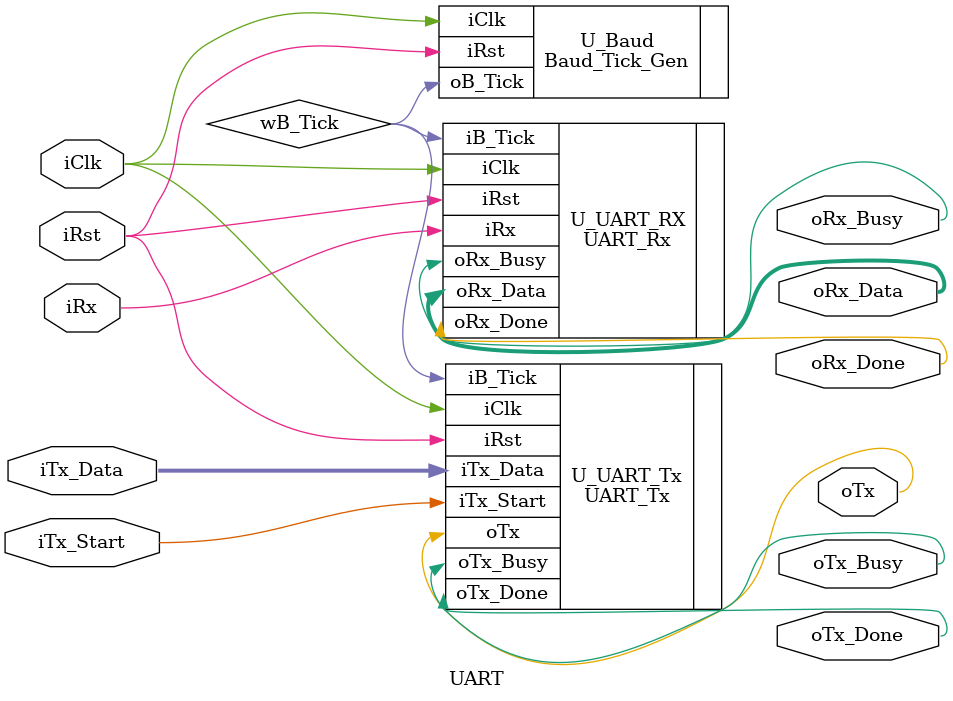
<source format=v>
`timescale 1ns / 1ps

module UART(
    // Clock & Reset
    input           iClk,
    input           iRst,

    //  Rx Signal
    input           iTx_Start,
    input   [7:0]   iTx_Data,
    input           iRx,

    output          oTx,
    output          oTx_Busy,
    output          oTx_Done,
    output  [7:0]   oRx_Data,
    output          oRx_Busy,
    output          oRx_Done
    );


    /***********************************************
    // Reg & Wire
    ***********************************************/
    wire            wB_Tick;


    /***********************************************
    // Instantiation
    ***********************************************/
    // 9600Hz Signal
    Baud_Tick_Gen   U_Baud      (
        .iClk       (iClk),
        .iRst       (iRst),
        .oB_Tick    (wB_Tick)
    );

    // UART_Rx
    UART_Rx         U_UART_RX (
        .iClk       (iClk),
        .iRst       (iRst),
        .iB_Tick    (wB_Tick),
        .iRx        (iRx),
        .oRx_Data   (oRx_Data),
        .oRx_Busy   (oRx_Busy),
        .oRx_Done   (oRx_Done)
    );

    // UART_Tx
    UART_Tx         U_UART_Tx   (
        .iClk       (iClk),
        .iRst       (iRst),
        .iB_Tick    (wB_Tick),
        .iTx_Start  (iTx_Start),
        .iTx_Data   (iTx_Data),
        .oTx_Busy   (oTx_Busy),
        .oTx_Done   (oTx_Done),
        .oTx        (oTx)
    );

endmodule

</source>
